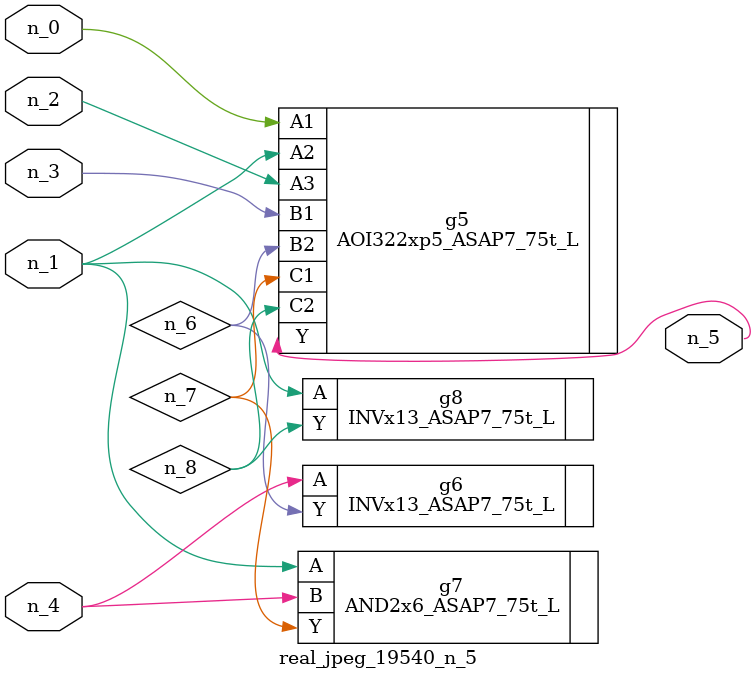
<source format=v>
module real_jpeg_19540_n_5 (n_4, n_0, n_1, n_2, n_3, n_5);

input n_4;
input n_0;
input n_1;
input n_2;
input n_3;

output n_5;

wire n_8;
wire n_6;
wire n_7;

AOI322xp5_ASAP7_75t_L g5 ( 
.A1(n_0),
.A2(n_1),
.A3(n_2),
.B1(n_3),
.B2(n_6),
.C1(n_7),
.C2(n_8),
.Y(n_5)
);

AND2x6_ASAP7_75t_L g7 ( 
.A(n_1),
.B(n_4),
.Y(n_7)
);

INVx13_ASAP7_75t_L g8 ( 
.A(n_1),
.Y(n_8)
);

INVx13_ASAP7_75t_L g6 ( 
.A(n_4),
.Y(n_6)
);


endmodule
</source>
